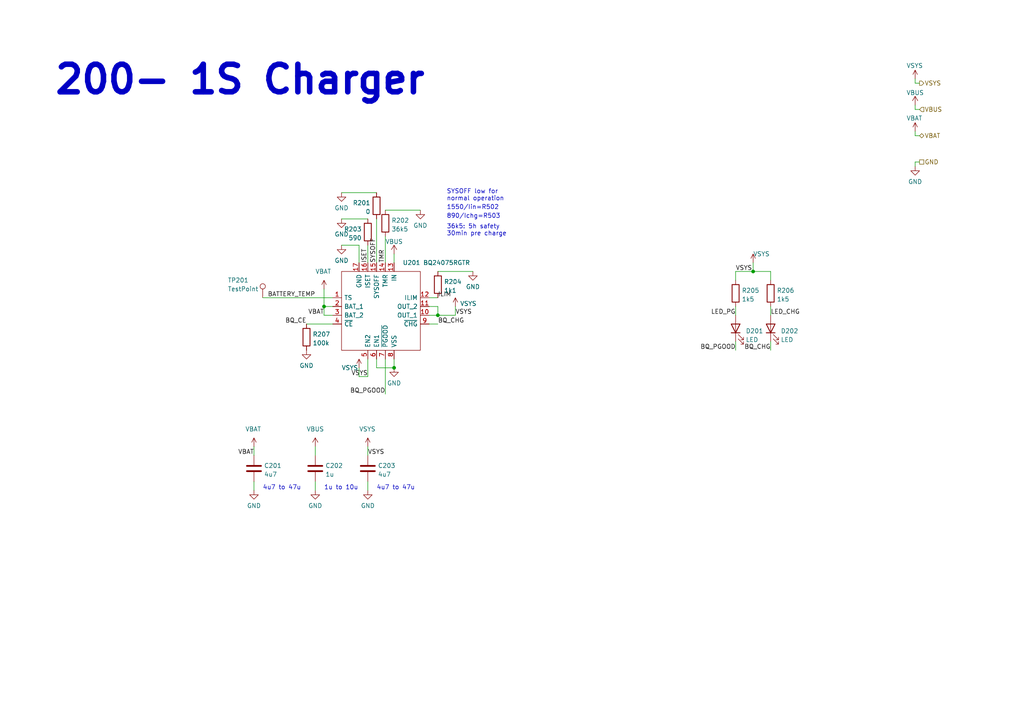
<source format=kicad_sch>
(kicad_sch (version 20230121) (generator eeschema)
  (paper "A4")
  (title_block (title "PMK_Keyboard") (date "2023-02-06") (rev "HW00") (company "PumaCorp") (comment 1 "Design by: NdG"))
  (lib_symbols
    (symbol "Component lib:BQ24075RGTR" (pin_names (offset 0.762))
      (property "Reference" "U" (at 0 10.16 0))
      (property "Value" "BQ24075RGTR" (at 20.32 10.16 0))
      (symbol "BQ24075RGTR_0_0"
        (pin passive line (at 0 0 0) (length 2.54) (name "TS") (number "1"))
        (pin passive line (at 27.94 -5.08 180) (length 2.54) (name "OUT_1") (number "10"))
        (pin passive line (at 27.94 -2.54 180) (length 2.54) (name "OUT_2") (number "11"))
        (pin passive line (at 27.94 0 180) (length 2.54) (name "ILIM") (number "12"))
        (pin passive line (at 17.78 10.16 270) (length 2.54) (name "IN") (number "13"))
        (pin passive line (at 15.24 10.16 270) (length 2.54) (name "TMR") (number "14"))
        (pin passive line (at 12.7 10.16 270) (length 2.54) (name "SYSOFF") (number "15"))
        (pin passive line (at 10.16 10.16 270) (length 2.54) (name "ISET") (number "16"))
        (pin passive line (at 7.62 10.16 270) (length 2.54) (name "GND") (number "17"))
        (pin passive line (at 0 -2.54 0) (length 2.54) (name "BAT_1") (number "2"))
        (pin passive line (at 0 -5.08 0) (length 2.54) (name "BAT_2") (number "3"))
        (pin passive line (at 0 -7.62 0) (length 2.54) (name "~{CE}") (number "4"))
        (pin passive line (at 10.16 -17.78 90) (length 2.54) (name "EN2") (number "5"))
        (pin passive line (at 12.7 -17.78 90) (length 2.54) (name "EN1") (number "6"))
        (pin passive line (at 15.24 -17.78 90) (length 2.54) (name "~{PGOOD}") (number "7"))
        (pin passive line (at 17.78 -17.78 90) (length 2.54) (name "VSS") (number "8"))
        (pin passive line (at 27.94 -7.62 180) (length 2.54) (name "~{CHG}") (number "9"))
      )
      (symbol "BQ24075RGTR_0_1"
        (rectangle (start 2.54 7.62) (end 25.4 -15.24) (stroke (width 0.1524)))
      )
    )
    (symbol "Component lib:C" (pin_numbers hide) (pin_names (offset 0.254))
      (property "Reference" "C" (at 0.635 -1.27 0))
      (property "Value" "C" (at 0.635 -6.35 0))
      (symbol "C_0_1"
        (polyline (pts (xy -2.032 -4.572) (xy 2.032 -4.572)) (stroke (width 0.508)))
        (polyline (pts (xy -2.032 -3.048) (xy 2.032 -3.048)) (stroke (width 0.508)))
      )
      (symbol "C_1_1"
        (pin passive line (at 0 0 270) (length 2.794) (name "~") (number "1"))
        (pin passive line (at 0 -7.62 90) (length 2.794) (name "~") (number "2"))
      )
    )
    (symbol "Component lib:VBAT" (power) (pin_numbers hide) (in_bom no) (on_board no)
      (property "Value" "VBAT" (at 0 3.81 0))
      (symbol "VBAT_0_0"
        (pin passive line (at 0 0 90) (length 2.54) hide (name "") (number ""))
      )
      (symbol "VBAT_0_1"
        (polyline (pts (xy 0 0) (xy 0 2.54) (xy 0.635 1.27) (xy 0 2.54) (xy -0.635 1.27)) (stroke (width 0.1524)))
      )
    )
    (symbol "Component lib:VSYS" (power) (pin_numbers hide) (in_bom no) (on_board no)
      (property "Value" "VSYS" (at 0 3.81 0))
      (symbol "VSYS_0_0"
        (pin passive line (at 0 0 90) (length 2.54) hide (name "") (number ""))
      )
      (symbol "VSYS_0_1"
        (polyline (pts (xy 0 0) (xy 0 2.54) (xy 0.635 1.27) (xy 0 2.54) (xy -0.635 1.27)) (stroke (width 0.1524)))
      )
    )
    (symbol "Component_lib:LED" (pin_numbers hide) (pin_names (offset 1.016) hide)
      (property "Reference" "D" (at 3.81 2.54 0))
      (property "Value" "LED" (at 3.81 -2.54 0))
      (symbol "LED_0_1"
        (polyline (pts (xy 2.54 -1.27) (xy 2.54 1.27)) (stroke (width 0.254)))
        (polyline (pts (xy 2.54 0) (xy 5.08 0)))
        (polyline (pts (xy 5.08 -1.27) (xy 5.08 1.27) (xy 2.54 0) (xy 5.08 -1.27)) (stroke (width 0.254)))
        (polyline (pts (xy 0.762 -0.762) (xy -0.762 -2.286) (xy 0 -2.286) (xy -0.762 -2.286) (xy -0.762 -1.524)))
        (polyline (pts (xy 2.032 -0.762) (xy 0.508 -2.286) (xy 1.27 -2.286) (xy 0.508 -2.286) (xy 0.508 -1.524)))
      )
      (symbol "LED_1_1"
        (pin passive line (at 0 0 0) (length 2.54) (name "K") (number "1"))
        (pin passive line (at 7.62 0 180) (length 2.54) (name "A") (number "2"))
      )
    )
    (symbol "Component_lib:R" (pin_numbers hide) (pin_names (offset 0))
      (property "Reference" "R" (at 2.032 -3.81 90))
      (property "Value" "R" (at 0 -3.81 90))
      (symbol "R_0_1"
        (rectangle (start -1.016 -6.35) (end 1.016 -1.27) (stroke (width 0.254)))
      )
      (symbol "R_1_1"
        (pin passive line (at 0 0 270) (length 1.27) (name "~") (number "1"))
        (pin passive line (at 0 -7.62 90) (length 1.27) (name "~") (number "2"))
      )
    )
    (symbol "Connector:TestPoint" (pin_numbers hide) (pin_names (offset 0.762) hide)
      (property "Reference" "TP" (at 0 6.858 0))
      (property "Value" "TestPoint" (at 0 5.08 0))
      (symbol "TestPoint_0_1"
        (circle (center 0 3.302) (radius 0.762))
      )
      (symbol "TestPoint_1_1"
        (pin passive line (at 0 0 90) (length 2.54) (name "1") (number "1"))
      )
    )
    (symbol "power:GND" (power) (pin_names (offset 0))
      (property "Value" "GND" (at 0 -3.81 0))
      (symbol "GND_0_1"
        (polyline (pts (xy 0 0) (xy 0 -1.27) (xy 1.27 -1.27) (xy 0 -2.54) (xy -1.27 -1.27) (xy 0 -1.27)))
      )
      (symbol "GND_1_1"
        (pin power_in line (at 0 0 270) (length 0) hide (name "GND") (number "1"))
      )
    )
    (symbol "power:VBUS" (power) (pin_names (offset 0))
      (property "Value" "VBUS" (at 0 3.81 0))
      (symbol "VBUS_0_1"
        (polyline (pts (xy -0.762 1.27) (xy 0 2.54)))
        (polyline (pts (xy 0 0) (xy 0 2.54)))
        (polyline (pts (xy 0 2.54) (xy 0.762 1.27)))
      )
      (symbol "VBUS_1_1"
        (pin power_in line (at 0 0 90) (length 0) hide (name "VBUS") (number "1"))
      )
    )
  )
  (junction (at 218.44 78.74))
  (junction (at 114.3 106.68))
  (junction (at 93.98 88.9))
  (junction (at 127 91.44))
  (wire (pts (xy 104.14 71.12) (xy 104.14 76.2)))
  (wire (pts (xy 104.14 109.22) (xy 104.14 106.68)))
  (wire (pts (xy 265.43 48.26) (xy 265.43 46.99)))
  (wire (pts (xy 106.68 129.54) (xy 106.68 132.08)))
  (wire (pts (xy 114.3 104.14) (xy 114.3 106.68)))
  (wire (pts (xy 124.46 88.9) (xy 127 88.9)))
  (wire (pts (xy 213.36 99.06) (xy 213.36 101.6)))
  (wire (pts (xy 111.76 104.14) (xy 111.76 114.3)))
  (wire (pts (xy 73.66 142.24) (xy 73.66 139.7)))
  (wire (pts (xy 111.76 60.96) (xy 121.92 60.96)))
  (wire (pts (xy 266.7 39.37) (xy 265.43 39.37)))
  (wire (pts (xy 109.22 106.68) (xy 114.3 106.68)))
  (wire (pts (xy 114.3 73.66) (xy 114.3 76.2)))
  (wire (pts (xy 111.76 68.58) (xy 111.76 76.2)))
  (wire (pts (xy 93.98 88.9) (xy 93.98 91.44)))
  (wire (pts (xy 91.44 129.54) (xy 91.44 132.08)))
  (wire (pts (xy 213.36 78.74) (xy 218.44 78.74)))
  (wire (pts (xy 93.98 83.82) (xy 93.98 88.9)))
  (wire (pts (xy 218.44 76.2) (xy 218.44 78.74)))
  (wire (pts (xy 127 88.9) (xy 127 91.44)))
  (wire (pts (xy 127 78.74) (xy 137.16 78.74)))
  (wire (pts (xy 99.06 55.88) (xy 109.22 55.88)))
  (wire (pts (xy 91.44 142.24) (xy 91.44 139.7)))
  (wire (pts (xy 218.44 78.74) (xy 223.52 78.74)))
  (wire (pts (xy 99.06 63.5) (xy 106.68 63.5)))
  (wire (pts (xy 109.22 104.14) (xy 109.22 106.68)))
  (wire (pts (xy 88.9 93.98) (xy 96.52 93.98)))
  (wire (pts (xy 124.46 86.36) (xy 127 86.36)))
  (wire (pts (xy 73.66 129.54) (xy 73.66 132.08)))
  (wire (pts (xy 124.46 93.98) (xy 127 93.98)))
  (wire (pts (xy 124.46 91.44) (xy 127 91.44)))
  (wire (pts (xy 106.68 142.24) (xy 106.68 139.7)))
  (wire (pts (xy 109.22 63.5) (xy 109.22 76.2)))
  (wire (pts (xy 106.68 109.22) (xy 106.68 104.14)))
  (wire (pts (xy 223.52 78.74) (xy 223.52 81.28)))
  (wire (pts (xy 96.52 88.9) (xy 93.98 88.9)))
  (wire (pts (xy 223.52 99.06) (xy 223.52 101.6)))
  (wire (pts (xy 265.43 39.37) (xy 265.43 38.1)))
  (wire (pts (xy 213.36 81.28) (xy 213.36 78.74)))
  (wire (pts (xy 265.43 22.86) (xy 265.43 24.13)))
  (wire (pts (xy 265.43 30.48) (xy 265.43 31.75)))
  (wire (pts (xy 132.08 91.44) (xy 132.08 88.9)))
  (wire (pts (xy 265.43 31.75) (xy 266.7 31.75)))
  (wire (pts (xy 104.14 109.22) (xy 106.68 109.22)))
  (wire (pts (xy 76.2 86.36) (xy 96.52 86.36)))
  (wire (pts (xy 127 91.44) (xy 132.08 91.44)))
  (wire (pts (xy 213.36 91.44) (xy 213.36 88.9)))
  (wire (pts (xy 93.98 91.44) (xy 96.52 91.44)))
  (wire (pts (xy 265.43 46.99) (xy 266.7 46.99)))
  (wire (pts (xy 265.43 24.13) (xy 266.7 24.13)))
  (wire (pts (xy 106.68 71.12) (xy 106.68 76.2)))
  (wire (pts (xy 99.06 71.12) (xy 104.14 71.12)))
  (wire (pts (xy 223.52 91.44) (xy 223.52 88.9)))
  (text "890/Ichg=R503" (at 129.54 63.5 0) (effects (font (size 1.27 1.27)) (justify left bottom)))
  (text "200- 1S Charger" (at 15.24 27.94 0) (effects (font (size 8 8) (thickness 1.6) bold) (justify left bottom)))
  (text "4u7 to 47u" (at 109.22 142.24 0) (effects (font (size 1.27 1.27)) (justify left bottom)))
  (text "1u to 10u" (at 93.98 142.24 0) (effects (font (size 1.27 1.27)) (justify left bottom)))
  (text "SYSOFF low for \nnormal operation\n" (at 129.54 58.42 0) (effects (font (size 1.27 1.27)) (justify left bottom)))
  (text "4u7 to 47u" (at 76.2 142.24 0) (effects (font (size 1.27 1.27)) (justify left bottom)))
  (text "36k5: 5h safety \n30min pre charge" (at 129.54 68.58 0) (effects (font (size 1.27 1.27)) (justify left bottom)))
  (text "1550/Iin=R502" (at 129.54 60.96 0) (effects (font (size 1.27 1.27)) (justify left bottom)))
  (label "LED_PG" (at 213.36 91.44 180))
  (label "ILIM" (at 127 86.36 0))
  (label "BQ_PGOOD" (at 111.76 114.3 180))
  (label "VSYS" (at 132.08 91.44 0))
  (label "BQ_CHG" (at 223.52 101.6 180))
  (label "VSYS" (at 213.36 78.74 0))
  (label "VSYS" (at 106.68 132.08 0))
  (label "LED_CHG" (at 223.52 91.44 0))
  (label "VBAT" (at 73.66 132.08 180))
  (label "BQ_PGOOD" (at 213.36 101.6 180))
  (label "TMR" (at 111.76 76.2 90))
  (label "BATTERY_TEMP" (at 91.44 86.36 180))
  (label "BQ_CHG" (at 127 93.98 0))
  (label "VBAT" (at 93.98 91.44 180))
  (label "BQ_CE" (at 88.9 93.98 180))
  (label "ISET" (at 106.68 76.2 90))
  (label "VSYS" (at 106.68 109.22 180))
  (label "SYSOFF" (at 109.22 76.2 90))
  (hierarchical_label "VBAT" (shape bidirectional) (at 266.7 39.37 0))
  (hierarchical_label "VSYS" (shape output) (at 266.7 24.13 0))
  (hierarchical_label "GND" (shape passive) (at 266.7 46.99 0))
  (hierarchical_label "VBUS" (shape input) (at 266.7 31.75 0))
  (symbol (lib_id "power:GND") (at 99.06 63.5 0) (unit 1)
    (property "Reference" "#PWR0205" (effects hide))
    (property "Value" "GND" (at 99.06 67.9434 0))
  )
  (symbol (lib_id "Component lib:VBAT") (at 265.43 38.1 0) (unit 1) (in_bom no) (on_board no)
    (property "Reference" "#VBAT0201" (effects hide))
    (property "Value" "VBAT" (at 262.89 34.29 0) (effects (justify left)))
  )
  (symbol (lib_id "power:VBUS") (at 265.43 30.48 0) (unit 1)
    (property "Reference" "#PWR0201" (effects hide))
    (property "Value" "VBUS" (at 265.43 26.9042 0))
  )
  (symbol (lib_id "Component_lib:R") (at 111.76 68.58 180) (unit 1)
    (property "Reference" "R202" (at 113.538 63.9353 0) (effects (justify right)))
    (property "Value" "36k5" (at 113.538 66.4722 0) (effects (justify right)))
    (property "Footprint" "Resistor_SMD:R_0402_1005Metric" (effects hide))
  )
  (symbol (lib_id "Component_lib:R") (at 106.68 71.12 0) (mirror x) (unit 1)
    (property "Reference" "R203" (at 104.902 66.4753 0) (effects (justify right)))
    (property "Value" "590" (at 104.902 69.0122 0) (effects (justify right)))
    (property "Footprint" "Resistor_SMD:R_0402_1005Metric" (effects hide))
  )
  (symbol (lib_id "Connector:TestPoint") (at 76.2 86.36 0) (unit 1)
    (property "Reference" "TP201" (at 66.04 81.28 0) (effects (justify left)))
    (property "Value" "TestPoint" (at 66.04 83.82 0) (effects (justify left)))
    (property "Footprint" "TestPoint:TestPoint_Pad_D1.0mm" (effects hide))
  )
  (symbol (lib_id "power:VBUS") (at 91.44 129.54 0) (unit 1)
    (property "Reference" "#PWR0121" (effects hide))
    (property "Value" "VBUS" (at 91.44 124.46 0))
  )
  (symbol (lib_id "Component lib:VSYS") (at 106.68 129.54 0) (unit 1) (in_bom no) (on_board no)
    (property "Reference" "#VSYS0105" (effects hide))
    (property "Value" "VSYS" (at 104.14 124.46 0) (effects (justify left)))
  )
  (symbol (lib_id "Component lib:BQ24075RGTR") (at 96.52 86.36 0) (unit 1)
    (property "Reference" "U201" (at 119.38 76.2 0))
    (property "Value" "BQ24075RGTR" (at 129.54 76.2 0))
    (property "Footprint" "Component_lib:QFN50P300X300X100-17N-D" (effects hide))
    (property "Datasheet" "http://www.ti.com/lit/ds/symlink/bq24075.pdf" (effects hide))
    (property "Description" "USB-Friendly Li-Ion Battery Charger and Power-Path Management IC, Vout 5.5V" (effects hide))
    (property "Height" "1" (effects hide))
    (property "Mouser Part Number" "595-BQ24075RGTR" (effects hide))
    (property "Mouser Price/Stock" "https://www.mouser.co.uk/ProductDetail/Texas-Instruments/BQ24075RGTR?qs=XGzIaZb%2FFYKTADIJv746hA%3D%3D" (effects hide))
    (property "Manufacturer_Name" "Texas Instruments" (effects hide))
    (property "Manufacturer_Part_Number" "BQ24075RGTR" (effects hide))
  )
  (symbol (lib_id "Component lib:C") (at 106.68 132.08 0) (unit 1)
    (property "Reference" "C203" (at 109.601 135.0553 0) (effects (justify left)))
    (property "Value" "4u7" (at 109.601 137.5922 0) (effects (justify left)))
    (property "Footprint" "Capacitor_SMD:C_0603_1608Metric" (effects hide))
  )
  (symbol (lib_id "power:GND") (at 88.9 101.6 0) (unit 1)
    (property "Reference" "#PWR0209" (effects hide))
    (property "Value" "GND" (at 88.9 106.0434 0))
  )
  (symbol (lib_id "power:GND") (at 137.16 78.74 0) (unit 1)
    (property "Reference" "#PWR0208" (effects hide))
    (property "Value" "GND" (at 137.16 83.1834 0))
  )
  (symbol (lib_id "Component lib:VBAT") (at 73.66 129.54 0) (unit 1) (in_bom no) (on_board no)
    (property "Reference" "#VBAT0103" (effects hide))
    (property "Value" "VBAT" (at 71.12 124.46 0) (effects (justify left)))
  )
  (symbol (lib_id "power:GND") (at 99.06 71.12 0) (unit 1)
    (property "Reference" "#PWR0206" (effects hide))
    (property "Value" "GND" (at 99.06 75.5634 0))
  )
  (symbol (lib_id "power:GND") (at 73.66 142.24 0) (unit 1)
    (property "Reference" "#PWR0124" (effects hide))
    (property "Value" "GND" (at 73.66 146.6834 0))
  )
  (symbol (lib_id "Component_lib:R") (at 88.9 93.98 0) (unit 1)
    (property "Reference" "R207" (at 90.678 96.9553 0) (effects (justify left)))
    (property "Value" "100k" (at 90.678 99.4922 0) (effects (justify left)))
    (property "Footprint" "Resistor_SMD:R_0402_1005Metric" (effects hide))
  )
  (symbol (lib_id "Component lib:VSYS") (at 132.08 88.9 0) (unit 1) (in_bom no) (on_board no)
    (property "Reference" "#VSYS0201" (effects hide))
    (property "Value" "VSYS" (at 133.4262 88.0638 0) (effects (justify left)))
  )
  (symbol (lib_id "Component lib:C") (at 91.44 132.08 0) (unit 1)
    (property "Reference" "C202" (at 94.361 135.0553 0) (effects (justify left)))
    (property "Value" "1u" (at 94.361 137.5922 0) (effects (justify left)))
    (property "Footprint" "Capacitor_SMD:C_0603_1608Metric" (effects hide))
  )
  (symbol (lib_id "power:GND") (at 265.43 48.26 0) (unit 1)
    (property "Reference" "#PWR0202" (effects hide))
    (property "Value" "GND" (at 265.43 52.7034 0))
  )
  (symbol (lib_id "Component_lib:R") (at 109.22 63.5 0) (mirror x) (unit 1)
    (property "Reference" "R201" (at 107.442 58.8553 0) (effects (justify right)))
    (property "Value" "0" (at 107.442 61.3922 0) (effects (justify right)))
    (property "Footprint" "Resistor_SMD:R_0402_1005Metric" (effects hide))
  )
  (symbol (lib_id "power:GND") (at 91.44 142.24 0) (unit 1)
    (property "Reference" "#PWR0123" (effects hide))
    (property "Value" "GND" (at 91.44 146.6834 0))
  )
  (symbol (lib_id "Component_lib:LED") (at 213.36 99.06 90) (unit 1)
    (property "Reference" "D201" (at 216.281 96.0028 90) (effects (justify right)))
    (property "Value" "LED" (at 216.281 98.5397 90) (effects (justify right)))
    (property "Footprint" "Component_lib:LED_0402_1005Metric_DUALSIDE" (effects hide))
  )
  (symbol (lib_id "power:VBUS") (at 114.3 73.66 0) (unit 1)
    (property "Reference" "#PWR0207" (effects hide))
    (property "Value" "VBUS" (at 114.3 70.0842 0))
  )
  (symbol (lib_id "power:GND") (at 114.3 106.68 0) (unit 1)
    (property "Reference" "#PWR0210" (effects hide))
    (property "Value" "GND" (at 114.3 111.1234 0))
  )
  (symbol (lib_id "power:GND") (at 99.06 55.88 0) (unit 1)
    (property "Reference" "#PWR0203" (effects hide))
    (property "Value" "GND" (at 99.06 60.3234 0))
  )
  (symbol (lib_id "power:GND") (at 106.68 142.24 0) (unit 1)
    (property "Reference" "#PWR0122" (effects hide))
    (property "Value" "GND" (at 106.68 146.6834 0))
  )
  (symbol (lib_id "Component_lib:R") (at 127 78.74 0) (unit 1)
    (property "Reference" "R204" (at 128.778 81.7153 0) (effects (justify left)))
    (property "Value" "1k1" (at 128.778 84.2522 0) (effects (justify left)))
    (property "Footprint" "Resistor_SMD:R_0402_1005Metric" (effects hide))
  )
  (symbol (lib_id "Component lib:VSYS") (at 265.43 22.86 0) (unit 1) (in_bom no) (on_board no)
    (property "Reference" "#VSYS0108" (effects hide))
    (property "Value" "VSYS" (at 262.89 19.05 0) (effects (justify left)))
  )
  (symbol (lib_id "Component_lib:R") (at 223.52 81.28 0) (unit 1)
    (property "Reference" "R206" (at 225.298 84.2553 0) (effects (justify left)))
    (property "Value" "1k5" (at 225.298 86.7922 0) (effects (justify left)))
    (property "Footprint" "Resistor_SMD:R_0402_1005Metric" (effects hide))
  )
  (symbol (lib_id "Component lib:C") (at 73.66 132.08 0) (unit 1)
    (property "Reference" "C201" (at 76.581 135.0553 0) (effects (justify left)))
    (property "Value" "4u7" (at 76.581 137.5922 0) (effects (justify left)))
    (property "Footprint" "Capacitor_SMD:C_0603_1608Metric" (effects hide))
  )
  (symbol (lib_id "Component_lib:R") (at 213.36 81.28 0) (unit 1)
    (property "Reference" "R205" (at 215.138 84.2553 0) (effects (justify left)))
    (property "Value" "1k5" (at 215.138 86.7922 0) (effects (justify left)))
    (property "Footprint" "Resistor_SMD:R_0402_1005Metric" (effects hide))
  )
  (symbol (lib_id "Component lib:VBAT") (at 93.98 83.82 0) (unit 1) (in_bom no) (on_board no)
    (property "Reference" "#VBAT0202" (effects hide))
    (property "Value" "VBAT" (at 91.44 78.74 0) (effects (justify left)))
  )
  (symbol (lib_id "Component lib:VSYS") (at 218.44 76.2 0) (unit 1) (in_bom no) (on_board no)
    (property "Reference" "#VSYS0107" (effects hide))
    (property "Value" "VSYS" (at 218.44 73.66 0) (effects (justify left)))
  )
  (symbol (lib_id "Component lib:VSYS") (at 104.14 106.68 0) (unit 1) (in_bom no) (on_board no)
    (property "Reference" "#VSYS0106" (effects hide))
    (property "Value" "VSYS" (at 99.06 106.68 0) (effects (justify left)))
  )
  (symbol (lib_id "Component_lib:LED") (at 223.52 99.06 90) (unit 1)
    (property "Reference" "D202" (at 226.441 96.0028 90) (effects (justify right)))
    (property "Value" "LED" (at 226.441 98.5397 90) (effects (justify right)))
    (property "Footprint" "Component_lib:LED_0402_1005Metric_DUALSIDE" (effects hide))
  )
  (symbol (lib_id "power:GND") (at 121.92 60.96 0) (unit 1)
    (property "Reference" "#PWR0204" (effects hide))
    (property "Value" "GND" (at 121.92 65.4034 0))
  )
)
</source>
